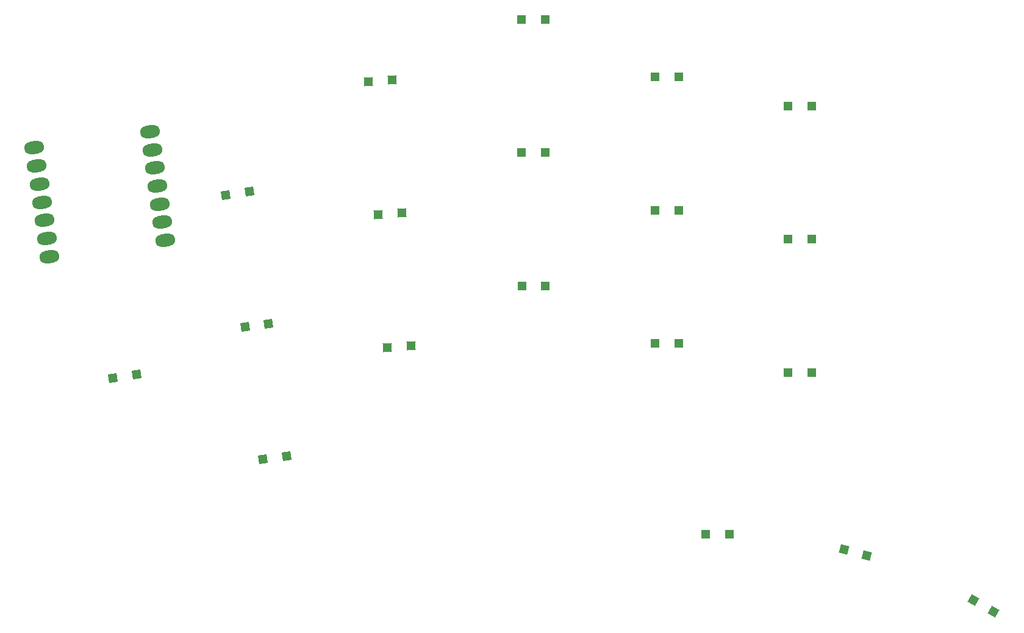
<source format=gtp>
G04 #@! TF.GenerationSoftware,KiCad,Pcbnew,(6.0.7-1)-1*
G04 #@! TF.CreationDate,2023-01-14T03:29:50-05:00*
G04 #@! TF.ProjectId,musubi_rev2,6d757375-6269-45f7-9265-76322e6b6963,rev?*
G04 #@! TF.SameCoordinates,Original*
G04 #@! TF.FileFunction,Paste,Top*
G04 #@! TF.FilePolarity,Positive*
%FSLAX46Y46*%
G04 Gerber Fmt 4.6, Leading zero omitted, Abs format (unit mm)*
G04 Created by KiCad (PCBNEW (6.0.7-1)-1) date 2023-01-14 03:29:50*
%MOMM*%
%LPD*%
G01*
G04 APERTURE LIST*
G04 Aperture macros list*
%AMHorizOval*
0 Thick line with rounded ends*
0 $1 width*
0 $2 $3 position (X,Y) of the first rounded end (center of the circle)*
0 $4 $5 position (X,Y) of the second rounded end (center of the circle)*
0 Add line between two ends*
20,1,$1,$2,$3,$4,$5,0*
0 Add two circle primitives to create the rounded ends*
1,1,$1,$2,$3*
1,1,$1,$4,$5*%
%AMRotRect*
0 Rectangle, with rotation*
0 The origin of the aperture is its center*
0 $1 length*
0 $2 width*
0 $3 Rotation angle, in degrees counterclockwise*
0 Add horizontal line*
21,1,$1,$2,0,0,$3*%
G04 Aperture macros list end*
%ADD10R,1.200000X1.200000*%
%ADD11RotRect,1.200000X1.200000X184.000000*%
%ADD12RotRect,1.200000X1.200000X188.000000*%
%ADD13HorizOval,1.800000X0.470377X0.066107X-0.470377X-0.066107X0*%
%ADD14HorizOval,1.800000X-0.470377X-0.066107X0.470377X0.066107X0*%
%ADD15RotRect,1.200000X1.200000X165.000000*%
%ADD16RotRect,1.200000X1.200000X150.000000*%
G04 APERTURE END LIST*
D10*
X154916364Y-98450848D03*
X151616364Y-98450848D03*
D11*
X117738655Y-98789460D03*
X114446693Y-99019656D03*
D10*
X136416439Y-53450910D03*
X133116439Y-53450910D03*
X173416327Y-65450912D03*
X170116327Y-65450912D03*
D12*
X100455326Y-114079306D03*
X97187442Y-114538578D03*
D10*
X173416324Y-83950865D03*
X170116324Y-83950865D03*
X136421404Y-90450920D03*
X133121404Y-90450920D03*
D11*
X115157635Y-61879640D03*
X111865673Y-62109836D03*
D13*
X65444665Y-71289706D03*
X65798165Y-73804987D03*
X66151665Y-76320268D03*
X66505164Y-78835549D03*
X66858664Y-81350830D03*
X67212164Y-83866111D03*
X67565663Y-86381392D03*
D14*
X83598103Y-84128180D03*
X83244603Y-81612899D03*
X82891103Y-79097618D03*
X82537604Y-76582337D03*
X82184104Y-74067056D03*
X81830604Y-71551775D03*
X81477105Y-69036494D03*
D10*
X173416321Y-102463166D03*
X170116321Y-102463166D03*
X154916363Y-79950864D03*
X151616363Y-79950864D03*
D15*
X181030919Y-127864012D03*
X177843363Y-127009910D03*
D12*
X95323322Y-77353165D03*
X92055438Y-77812437D03*
D11*
X116448144Y-80334548D03*
X113156182Y-80564744D03*
D10*
X161961606Y-124950782D03*
X158661606Y-124950782D03*
D16*
X198639406Y-135700633D03*
X195781522Y-134050633D03*
D10*
X154916360Y-61450901D03*
X151616360Y-61450901D03*
D12*
X97955327Y-95679306D03*
X94687443Y-96138578D03*
D10*
X136416417Y-71950924D03*
X133116417Y-71950924D03*
D12*
X79655326Y-102779307D03*
X76387442Y-103238579D03*
M02*

</source>
